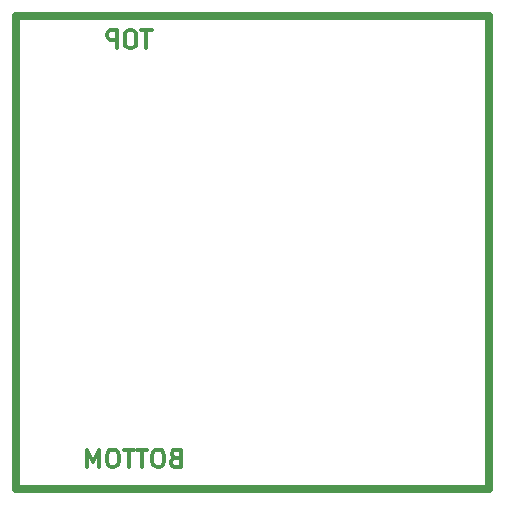
<source format=gbo>
G04 (created by PCBNEW (2013-mar-13)-testing) date Tue 12 Nov 2013 05:22:57 PM PST*
%MOIN*%
G04 Gerber Fmt 3.4, Leading zero omitted, Abs format*
%FSLAX34Y34*%
G01*
G70*
G90*
G04 APERTURE LIST*
%ADD10C,0.005906*%
%ADD11C,0.011811*%
%ADD12C,0.027559*%
G04 APERTURE END LIST*
G54D10*
G54D11*
X24985Y-52123D02*
X24901Y-52151D01*
X24873Y-52179D01*
X24845Y-52235D01*
X24845Y-52320D01*
X24873Y-52376D01*
X24901Y-52404D01*
X24957Y-52432D01*
X25182Y-52432D01*
X25182Y-51841D01*
X24985Y-51841D01*
X24929Y-51870D01*
X24901Y-51898D01*
X24873Y-51954D01*
X24873Y-52010D01*
X24901Y-52066D01*
X24929Y-52095D01*
X24985Y-52123D01*
X25182Y-52123D01*
X24479Y-51841D02*
X24367Y-51841D01*
X24311Y-51870D01*
X24254Y-51926D01*
X24226Y-52038D01*
X24226Y-52235D01*
X24254Y-52348D01*
X24311Y-52404D01*
X24367Y-52432D01*
X24479Y-52432D01*
X24535Y-52404D01*
X24592Y-52348D01*
X24620Y-52235D01*
X24620Y-52038D01*
X24592Y-51926D01*
X24535Y-51870D01*
X24479Y-51841D01*
X24057Y-51841D02*
X23720Y-51841D01*
X23889Y-52432D02*
X23889Y-51841D01*
X23607Y-51841D02*
X23270Y-51841D01*
X23439Y-52432D02*
X23439Y-51841D01*
X22961Y-51841D02*
X22848Y-51841D01*
X22792Y-51870D01*
X22736Y-51926D01*
X22708Y-52038D01*
X22708Y-52235D01*
X22736Y-52348D01*
X22792Y-52404D01*
X22848Y-52432D01*
X22961Y-52432D01*
X23017Y-52404D01*
X23073Y-52348D01*
X23101Y-52235D01*
X23101Y-52038D01*
X23073Y-51926D01*
X23017Y-51870D01*
X22961Y-51841D01*
X22455Y-52432D02*
X22455Y-51841D01*
X22258Y-52263D01*
X22061Y-51841D01*
X22061Y-52432D01*
X24198Y-37865D02*
X23861Y-37865D01*
X24029Y-38456D02*
X24029Y-37865D01*
X23551Y-37865D02*
X23439Y-37865D01*
X23383Y-37893D01*
X23326Y-37949D01*
X23298Y-38062D01*
X23298Y-38259D01*
X23326Y-38371D01*
X23383Y-38428D01*
X23439Y-38456D01*
X23551Y-38456D01*
X23607Y-38428D01*
X23664Y-38371D01*
X23692Y-38259D01*
X23692Y-38062D01*
X23664Y-37949D01*
X23607Y-37893D01*
X23551Y-37865D01*
X23045Y-38456D02*
X23045Y-37865D01*
X22820Y-37865D01*
X22764Y-37893D01*
X22736Y-37921D01*
X22708Y-37978D01*
X22708Y-38062D01*
X22736Y-38118D01*
X22764Y-38146D01*
X22820Y-38174D01*
X23045Y-38174D01*
G54D12*
X35433Y-53149D02*
X35433Y-37401D01*
X19685Y-53149D02*
X35433Y-53149D01*
X19685Y-37401D02*
X19685Y-53149D01*
X35433Y-37401D02*
X19685Y-37401D01*
M02*

</source>
